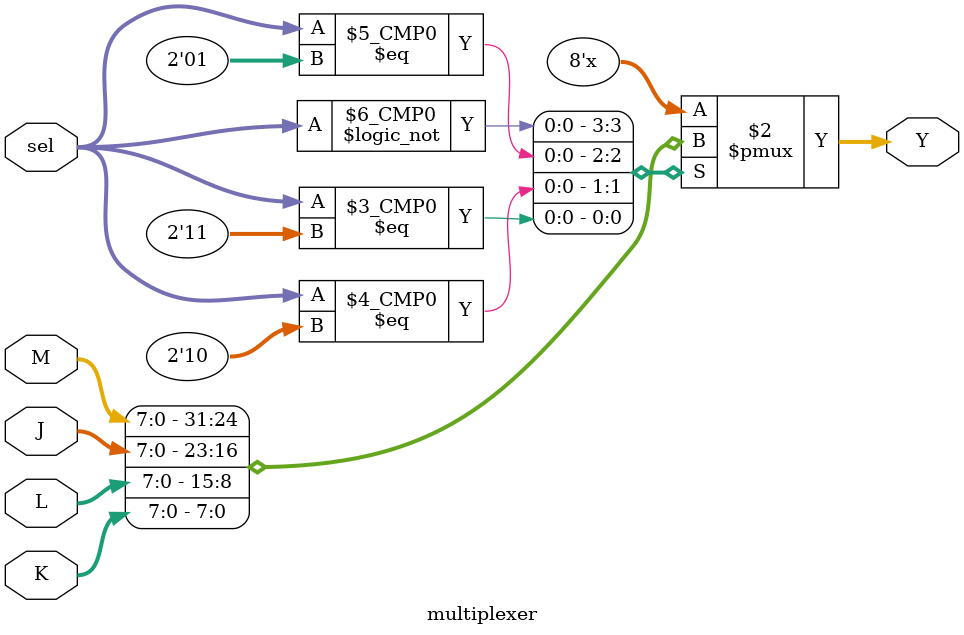
<source format=v>
`timescale 1ns / 1ps
module multiplexer(
    input [7:0] J,
    input [7:0] K,
    input [7:0] L,
    input [7:0] M,
    input [1:0] sel,
    output reg [7:0] Y
    );
    always@ (J or K or L or M or sel) begin
        case (sel)
            2'b00 : Y = M;
            2'b01 : Y = J;
            2'b10 : Y = L;
            2'b11 : Y = K;
        endcase
    end
endmodule

</source>
